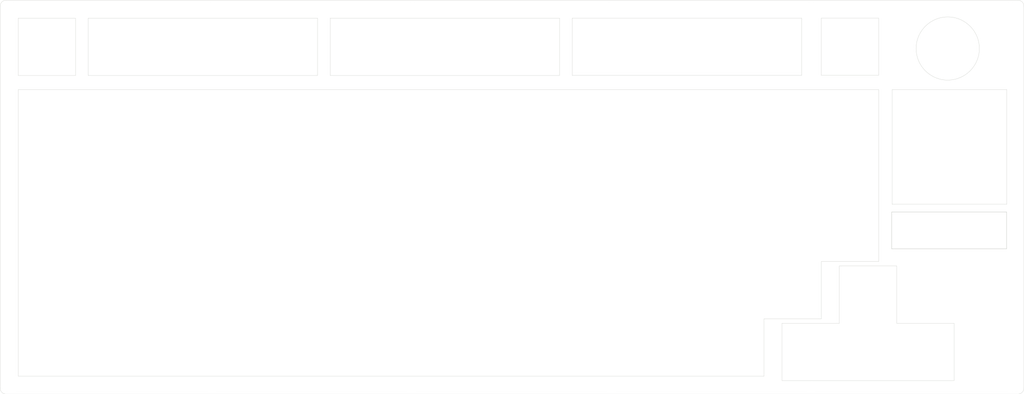
<source format=kicad_pcb>
(kicad_pcb (version 20221018) (generator pcbnew)
  (layers (0 "F.Cu" signal) (31 "B.Cu" signal) (34 "B.Paste" user) (35 "F.Paste" user) (36 "B.SilkS" user "B.Silkscreen") (37 "F.SilkS" user "F.Silkscreen") (38 "B.Mask" user) (39 "F.Mask" user) (44 "Edge.Cuts" user))
  (net 0 "")
  (footprint "" (layer "F.Cu") (at 298.8385 35.947)
    (fp_text reference "" (at 0 0) (layer "F.SilkS") (effects (font (size 1.27 1.27))))
    (fp_text value "" (at 0 0) (layer "F.SilkS") (effects (font (size 1.27 1.27))))
    (pad "" np_thru_hole circle (at 0 0) (size 2.2 2.2) (drill 2.2) (layers "F&B.Cu" "*.Mask"))
  )
  (footprint "" (layer "F.Cu") (at 33.5135 162.222)
    (fp_text reference "" (at 0 0) (layer "F.SilkS") (effects (font (size 1.27 1.27))))
    (fp_text value "" (at 0 0) (layer "F.SilkS") (effects (font (size 1.27 1.27))))
    (pad "" np_thru_hole circle (at 0 0) (size 2.2 2.2) (drill 2.2) (layers "F&B.Cu" "*.Mask"))
  )
  (footprint "" (layer "F.Cu") (at 232.5125 162.222)
    (fp_text reference "" (at 0 0) (layer "F.SilkS") (effects (font (size 1.27 1.27))))
    (fp_text value "" (at 0 0) (layer "F.SilkS") (effects (font (size 1.27 1.27))))
    (pad "" np_thru_hole circle (at 0 0) (size 2.2 2.2) (drill 2.2) (layers "F&B.Cu" "*.Mask"))
  )
  (footprint "" (layer "F.Cu") (at 99.8395 35.947)
    (fp_text reference "" (at 0 0) (layer "F.SilkS") (effects (font (size 1.27 1.27))))
    (fp_text value "" (at 0 0) (layer "F.SilkS") (effects (font (size 1.27 1.27))))
    (pad "" np_thru_hole circle (at 0 0) (size 2.2 2.2) (drill 2.2) (layers "F&B.Cu" "*.Mask"))
  )
  (footprint "" (layer "F.Cu") (at 232.5055 35.947)
    (fp_text reference "" (at 0 0) (layer "F.SilkS") (effects (font (size 1.27 1.27))))
    (fp_text value "" (at 0 0) (layer "F.SilkS") (effects (font (size 1.27 1.27))))
    (pad "" np_thru_hole circle (at 0 0) (size 2.2 2.2) (drill 2.2) (layers "F&B.Cu" "*.Mask"))
  )
  (footprint "" (layer "F.Cu") (at 298.8455 162.222)
    (fp_text reference "" (at 0 0) (layer "F.SilkS") (effects (font (size 1.27 1.27))))
    (fp_text value "" (at 0 0) (layer "F.SilkS") (effects (font (size 1.27 1.27))))
    (pad "" np_thru_hole circle (at 0 0) (size 2.2 2.2) (drill 2.2) (layers "F&B.Cu" "*.Mask"))
  )
  (footprint "" (layer "F.Cu") (at 365.1715 35.947)
    (fp_text reference "" (at 0 0) (layer "F.SilkS") (effects (font (size 1.27 1.27))))
    (fp_text value "" (at 0 0) (layer "F.SilkS") (effects (font (size 1.27 1.27))))
    (pad "" np_thru_hole circle (at 0 0) (size 2.2 2.2) (drill 2.2) (layers "F&B.Cu" "*.Mask"))
  )
  (footprint "" (layer "F.Cu") (at 99.8465 162.222)
    (fp_text reference "" (at 0 0) (layer "F.SilkS") (effects (font (size 1.27 1.27))))
    (fp_text value "" (at 0 0) (layer "F.SilkS") (effects (font (size 1.27 1.27))))
    (pad "" np_thru_hole circle (at 0 0) (size 2.2 2.2) (drill 2.2) (layers "F&B.Cu" "*.Mask"))
  )
  (footprint "" (layer "F.Cu") (at 33.5065 35.947)
    (fp_text reference "" (at 0 0) (layer "F.SilkS") (effects (font (size 1.27 1.27))))
    (fp_text value "" (at 0 0) (layer "F.SilkS") (effects (font (size 1.27 1.27))))
    (pad "" np_thru_hole circle (at 0 0) (size 2.2 2.2) (drill 2.2) (layers "F&B.Cu" "*.Mask"))
  )
  (footprint "" (layer "F.Cu") (at 365.1785 162.222)
    (fp_text reference "" (at 0 0) (layer "F.SilkS") (effects (font (size 1.27 1.27))))
    (fp_text value "" (at 0 0) (layer "F.SilkS") (effects (font (size 1.27 1.27))))
    (pad "" np_thru_hole circle (at 0 0) (size 2.2 2.2) (drill 2.2) (layers "F&B.Cu" "*.Mask"))
  )
  (footprint "" (layer "F.Cu") (at 166.1725 35.947)
    (fp_text reference "" (at 0 0) (layer "F.SilkS") (effects (font (size 1.27 1.27))))
    (fp_text value "" (at 0 0) (layer "F.SilkS") (effects (font (size 1.27 1.27))))
    (pad "" np_thru_hole circle (at 0 0) (size 2.2 2.2) (drill 2.2) (layers "F&B.Cu" "*.Mask"))
  )
  (footprint "" (layer "F.Cu") (at 166.1795 162.222)
    (fp_text reference "" (at 0 0) (layer "F.SilkS") (effects (font (size 1.27 1.27))))
    (fp_text value "" (at 0 0) (layer "F.SilkS") (effects (font (size 1.27 1.27))))
    (pad "" np_thru_hole circle (at 0 0) (size 2.2 2.2) (drill 2.2) (layers "F&B.Cu" "*.Mask"))
  )
  (gr_line (start 363.7675 116.272) (end 325.6175 116.272) (stroke (width 0.15)) (layer "Edge.Cuts"))
  (gr_line (start 369.5335 35.592) (end 369.5335 162.592) (stroke (width 0.1)) (layer "Edge.Cuts"))
  (gr_line (start 327.303 141.051) (end 327.303 122.003) (stroke (width 0.1)) (layer "Edge.Cuts"))
  (gr_line (start 283.215 139.565) (end 302.268 139.565) (stroke (width 0.1)) (layer "Edge.Cuts"))
  (gr_rect (start 35.525 39.588) (end 54.575 58.638) (stroke (width 0.1)) (fill none) (layer "Edge.Cuts"))
  (gr_rect (start 302.243 39.547) (end 321.293 58.597) (stroke (width 0.1)) (fill none) (layer "Edge.Cuts"))
  (gr_line (start 367.5335 164.592) (end 31.5335 164.592) (stroke (width 0.1)) (layer "Edge.Cuts"))
  (gr_line (start 325.6175 116.272) (end 325.6175 104.052) (stroke (width 0.15)) (layer "Edge.Cuts"))
  (gr_line (start 346.347 141.051) (end 327.303 141.051) (stroke (width 0.1)) (layer "Edge.Cuts"))
  (gr_circle (center 344.237 49.675) (end 354.737 49.675) (stroke (width 0.1)) (fill none) (layer "Edge.Cuts"))
  (gr_line (start 134.937 39.567) (end 58.751 39.567) (stroke (width 0.1)) (layer "Edge.Cuts"))
  (gr_line (start 139.127 39.567) (end 139.127 58.617) (stroke (width 0.1)) (layer "Edge.Cuts"))
  (gr_line (start 295.693 39.559) (end 219.507 39.559) (stroke (width 0.1)) (layer "Edge.Cuts"))
  (gr_line (start 289.195 160.091) (end 346.347 160.091) (stroke (width 0.1)) (layer "Edge.Cuts"))
  (gr_arc (start 367.5335 33.592) (mid 368.947714 34.177786) (end 369.5335 35.592) (stroke (width 0.1)) (layer "Edge.Cuts"))
  (gr_line (start 302.268 120.509) (end 321.311 120.509) (stroke (width 0.1)) (layer "Edge.Cuts"))
  (gr_line (start 363.7675 104.052) (end 363.7675 116.272) (stroke (width 0.15)) (layer "Edge.Cuts"))
  (gr_line (start 308.247 122.003) (end 308.247 141.041) (stroke (width 0.1)) (layer "Edge.Cuts"))
  (gr_line (start 321.311 120.509) (end 321.311 63.364) (stroke (width 0.1)) (layer "Edge.Cuts"))
  (gr_line (start 363.858 101.452) (end 325.758 101.452) (stroke (width 0.1)) (layer "Edge.Cuts"))
  (gr_line (start 325.6175 104.052) (end 363.7675 104.052) (stroke (width 0.15)) (layer "Edge.Cuts"))
  (gr_line (start 346.347 160.091) (end 346.347 141.051) (stroke (width 0.1)) (layer "Edge.Cuts"))
  (gr_line (start 58.751 58.617) (end 134.937 58.617) (stroke (width 0.1)) (layer "Edge.Cuts"))
  (gr_line (start 139.127 58.617) (end 215.313 58.617) (stroke (width 0.1)) (layer "Edge.Cuts"))
  (gr_line (start 363.858 63.352) (end 363.858 101.452) (stroke (width 0.1)) (layer "Edge.Cuts"))
  (gr_line (start 134.937 58.617) (end 134.937 39.567) (stroke (width 0.1)) (layer "Edge.Cuts"))
  (gr_line (start 327.303 122.003) (end 308.247 122.003) (stroke (width 0.1)) (layer "Edge.Cuts"))
  (gr_line (start 215.313 39.567) (end 139.127 39.567) (stroke (width 0.1)) (layer "Edge.Cuts"))
  (gr_line (start 35.566 63.364) (end 35.566 158.608) (stroke (width 0.1)) (layer "Edge.Cuts"))
  (gr_line (start 325.758 101.452) (end 325.758 63.352) (stroke (width 0.1)) (layer "Edge.Cuts"))
  (gr_line (start 219.507 39.559) (end 219.507 58.609) (stroke (width 0.1)) (layer "Edge.Cuts"))
  (gr_line (start 325.758 63.352) (end 363.858 63.352) (stroke (width 0.1)) (layer "Edge.Cuts"))
  (gr_line (start 308.247 141.041) (end 289.195 141.041) (stroke (width 0.1)) (layer "Edge.Cuts"))
  (gr_arc (start 31.5335 164.592) (mid 30.119286 164.006214) (end 29.5335 162.592) (stroke (width 0.1)) (layer "Edge.Cuts"))
  (gr_line (start 219.507 58.609) (end 295.693 58.609) (stroke (width 0.1)) (layer "Edge.Cuts"))
  (gr_line (start 295.693 58.609) (end 295.693 39.559) (stroke (width 0.1)) (layer "Edge.Cuts"))
  (gr_line (start 29.5335 35.592) (end 29.5335 162.592) (stroke (width 0.1)) (layer "Edge.Cuts"))
  (gr_line (start 215.313 58.617) (end 215.313 39.567) (stroke (width 0.1)) (layer "Edge.Cuts"))
  (gr_line (start 58.751 39.567) (end 58.751 58.617) (stroke (width 0.1)) (layer "Edge.Cuts"))
  (gr_arc (start 29.5335 35.592) (mid 30.119286 34.177786) (end 31.5335 33.592) (stroke (width 0.1)) (layer "Edge.Cuts"))
  (gr_line (start 321.311 63.364) (end 35.566 63.364) (stroke (width 0.1)) (layer "Edge.Cuts"))
  (gr_line (start 283.215 158.608) (end 283.215 139.565) (stroke (width 0.1)) (layer "Edge.Cuts"))
  (gr_line (start 302.268 139.565) (end 302.268 120.509) (stroke (width 0.1)) (layer "Edge.Cuts"))
  (gr_arc (start 369.5335 162.592) (mid 368.947714 164.006214) (end 367.5335 164.592) (stroke (width 0.1)) (layer "Edge.Cuts"))
  (gr_line (start 35.566 158.608) (end 283.215 158.608) (stroke (width 0.1)) (layer "Edge.Cuts"))
  (gr_line (start 289.195 141.041) (end 289.195 160.091) (stroke (width 0.1)) (layer "Edge.Cuts"))
  (gr_line (start 31.5335 33.592) (end 367.5335 33.592) (stroke (width 0.1)) (layer "Edge.Cuts"))
)
</source>
